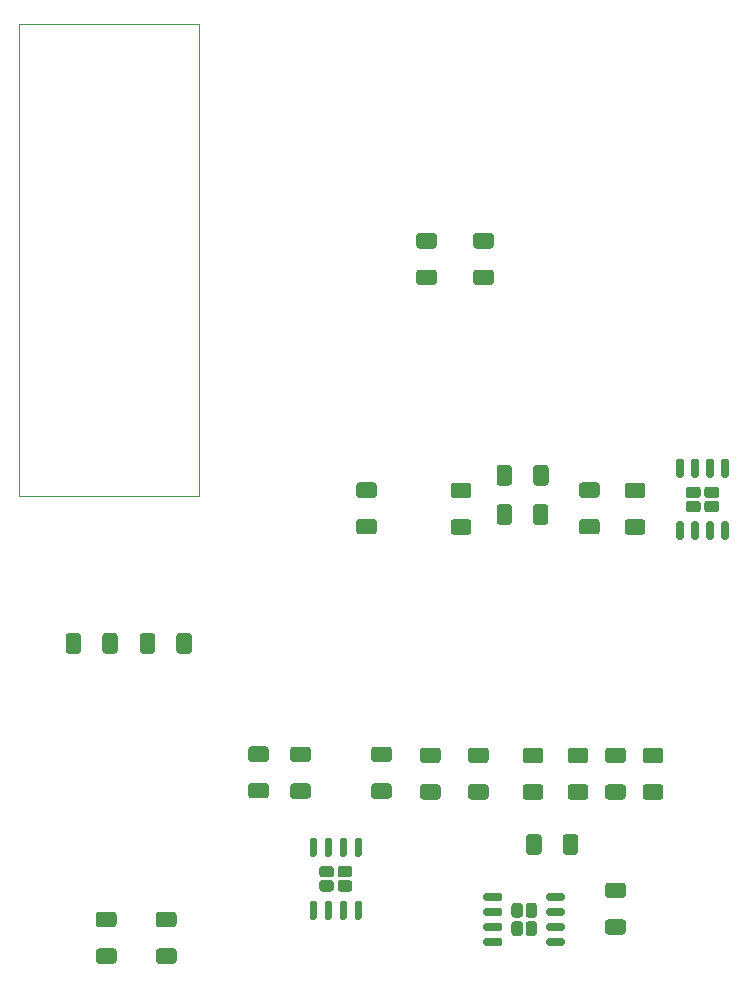
<source format=gbr>
%TF.GenerationSoftware,KiCad,Pcbnew,(5.1.10)-1*%
%TF.CreationDate,2022-11-10T21:57:10-03:00*%
%TF.ProjectId,potenciostato,706f7465-6e63-4696-9f73-7461746f2e6b,rev?*%
%TF.SameCoordinates,Original*%
%TF.FileFunction,Paste,Top*%
%TF.FilePolarity,Positive*%
%FSLAX46Y46*%
G04 Gerber Fmt 4.6, Leading zero omitted, Abs format (unit mm)*
G04 Created by KiCad (PCBNEW (5.1.10)-1) date 2022-11-10 21:57:10*
%MOMM*%
%LPD*%
G01*
G04 APERTURE LIST*
%ADD10C,0.120000*%
G04 APERTURE END LIST*
D10*
%TO.C,TR1*%
X115824000Y-111506000D02*
X131127500Y-111506000D01*
X115824000Y-71501000D02*
X115824000Y-111506000D01*
X131127500Y-71501000D02*
X115824000Y-71501000D01*
X131127500Y-111506000D02*
X131127500Y-71501000D01*
%TD*%
%TO.C,R20*%
G36*
G01*
X122921000Y-124577001D02*
X122921000Y-123326999D01*
G75*
G02*
X123170999Y-123077000I249999J0D01*
G01*
X123971001Y-123077000D01*
G75*
G02*
X124221000Y-123326999I0J-249999D01*
G01*
X124221000Y-124577001D01*
G75*
G02*
X123971001Y-124827000I-249999J0D01*
G01*
X123170999Y-124827000D01*
G75*
G02*
X122921000Y-124577001I0J249999D01*
G01*
G37*
G36*
G01*
X119821000Y-124577001D02*
X119821000Y-123326999D01*
G75*
G02*
X120070999Y-123077000I249999J0D01*
G01*
X120871001Y-123077000D01*
G75*
G02*
X121121000Y-123326999I0J-249999D01*
G01*
X121121000Y-124577001D01*
G75*
G02*
X120871001Y-124827000I-249999J0D01*
G01*
X120070999Y-124827000D01*
G75*
G02*
X119821000Y-124577001I0J249999D01*
G01*
G37*
%TD*%
%TO.C,R16*%
G36*
G01*
X126096000Y-124577001D02*
X126096000Y-123326999D01*
G75*
G02*
X126345999Y-123077000I249999J0D01*
G01*
X127146001Y-123077000D01*
G75*
G02*
X127396000Y-123326999I0J-249999D01*
G01*
X127396000Y-124577001D01*
G75*
G02*
X127146001Y-124827000I-249999J0D01*
G01*
X126345999Y-124827000D01*
G75*
G02*
X126096000Y-124577001I0J249999D01*
G01*
G37*
G36*
G01*
X129196000Y-124577001D02*
X129196000Y-123326999D01*
G75*
G02*
X129445999Y-123077000I249999J0D01*
G01*
X130246001Y-123077000D01*
G75*
G02*
X130496000Y-123326999I0J-249999D01*
G01*
X130496000Y-124577001D01*
G75*
G02*
X130246001Y-124827000I-249999J0D01*
G01*
X129445999Y-124827000D01*
G75*
G02*
X129196000Y-124577001I0J249999D01*
G01*
G37*
%TD*%
%TO.C,R17*%
G36*
G01*
X127708499Y-149770000D02*
X128958501Y-149770000D01*
G75*
G02*
X129208500Y-150019999I0J-249999D01*
G01*
X129208500Y-150820001D01*
G75*
G02*
X128958501Y-151070000I-249999J0D01*
G01*
X127708499Y-151070000D01*
G75*
G02*
X127458500Y-150820001I0J249999D01*
G01*
X127458500Y-150019999D01*
G75*
G02*
X127708499Y-149770000I249999J0D01*
G01*
G37*
G36*
G01*
X127708499Y-146670000D02*
X128958501Y-146670000D01*
G75*
G02*
X129208500Y-146919999I0J-249999D01*
G01*
X129208500Y-147720001D01*
G75*
G02*
X128958501Y-147970000I-249999J0D01*
G01*
X127708499Y-147970000D01*
G75*
G02*
X127458500Y-147720001I0J249999D01*
G01*
X127458500Y-146919999D01*
G75*
G02*
X127708499Y-146670000I249999J0D01*
G01*
G37*
%TD*%
%TO.C,R19*%
G36*
G01*
X123878501Y-151070000D02*
X122628499Y-151070000D01*
G75*
G02*
X122378500Y-150820001I0J249999D01*
G01*
X122378500Y-150019999D01*
G75*
G02*
X122628499Y-149770000I249999J0D01*
G01*
X123878501Y-149770000D01*
G75*
G02*
X124128500Y-150019999I0J-249999D01*
G01*
X124128500Y-150820001D01*
G75*
G02*
X123878501Y-151070000I-249999J0D01*
G01*
G37*
G36*
G01*
X123878501Y-147970000D02*
X122628499Y-147970000D01*
G75*
G02*
X122378500Y-147720001I0J249999D01*
G01*
X122378500Y-146919999D01*
G75*
G02*
X122628499Y-146670000I249999J0D01*
G01*
X123878501Y-146670000D01*
G75*
G02*
X124128500Y-146919999I0J-249999D01*
G01*
X124128500Y-147720001D01*
G75*
G02*
X123878501Y-147970000I-249999J0D01*
G01*
G37*
%TD*%
%TO.C,R1*%
G36*
G01*
X170170001Y-134075000D02*
X168919999Y-134075000D01*
G75*
G02*
X168670000Y-133825001I0J249999D01*
G01*
X168670000Y-133024999D01*
G75*
G02*
X168919999Y-132775000I249999J0D01*
G01*
X170170001Y-132775000D01*
G75*
G02*
X170420000Y-133024999I0J-249999D01*
G01*
X170420000Y-133825001D01*
G75*
G02*
X170170001Y-134075000I-249999J0D01*
G01*
G37*
G36*
G01*
X170170001Y-137175000D02*
X168919999Y-137175000D01*
G75*
G02*
X168670000Y-136925001I0J249999D01*
G01*
X168670000Y-136124999D01*
G75*
G02*
X168919999Y-135875000I249999J0D01*
G01*
X170170001Y-135875000D01*
G75*
G02*
X170420000Y-136124999I0J-249999D01*
G01*
X170420000Y-136925001D01*
G75*
G02*
X170170001Y-137175000I-249999J0D01*
G01*
G37*
%TD*%
%TO.C,R2*%
G36*
G01*
X151310501Y-137163500D02*
X150060499Y-137163500D01*
G75*
G02*
X149810500Y-136913501I0J249999D01*
G01*
X149810500Y-136113499D01*
G75*
G02*
X150060499Y-135863500I249999J0D01*
G01*
X151310501Y-135863500D01*
G75*
G02*
X151560500Y-136113499I0J-249999D01*
G01*
X151560500Y-136913501D01*
G75*
G02*
X151310501Y-137163500I-249999J0D01*
G01*
G37*
G36*
G01*
X151310501Y-134063500D02*
X150060499Y-134063500D01*
G75*
G02*
X149810500Y-133813501I0J249999D01*
G01*
X149810500Y-133013499D01*
G75*
G02*
X150060499Y-132763500I249999J0D01*
G01*
X151310501Y-132763500D01*
G75*
G02*
X151560500Y-133013499I0J-249999D01*
G01*
X151560500Y-133813501D01*
G75*
G02*
X151310501Y-134063500I-249999J0D01*
G01*
G37*
%TD*%
%TO.C,R3*%
G36*
G01*
X155374501Y-134063500D02*
X154124499Y-134063500D01*
G75*
G02*
X153874500Y-133813501I0J249999D01*
G01*
X153874500Y-133013499D01*
G75*
G02*
X154124499Y-132763500I249999J0D01*
G01*
X155374501Y-132763500D01*
G75*
G02*
X155624500Y-133013499I0J-249999D01*
G01*
X155624500Y-133813501D01*
G75*
G02*
X155374501Y-134063500I-249999J0D01*
G01*
G37*
G36*
G01*
X155374501Y-137163500D02*
X154124499Y-137163500D01*
G75*
G02*
X153874500Y-136913501I0J249999D01*
G01*
X153874500Y-136113499D01*
G75*
G02*
X154124499Y-135863500I249999J0D01*
G01*
X155374501Y-135863500D01*
G75*
G02*
X155624500Y-136113499I0J-249999D01*
G01*
X155624500Y-136913501D01*
G75*
G02*
X155374501Y-137163500I-249999J0D01*
G01*
G37*
%TD*%
%TO.C,R4*%
G36*
G01*
X166995001Y-148605000D02*
X165744999Y-148605000D01*
G75*
G02*
X165495000Y-148355001I0J249999D01*
G01*
X165495000Y-147554999D01*
G75*
G02*
X165744999Y-147305000I249999J0D01*
G01*
X166995001Y-147305000D01*
G75*
G02*
X167245000Y-147554999I0J-249999D01*
G01*
X167245000Y-148355001D01*
G75*
G02*
X166995001Y-148605000I-249999J0D01*
G01*
G37*
G36*
G01*
X166995001Y-145505000D02*
X165744999Y-145505000D01*
G75*
G02*
X165495000Y-145255001I0J249999D01*
G01*
X165495000Y-144454999D01*
G75*
G02*
X165744999Y-144205000I249999J0D01*
G01*
X166995001Y-144205000D01*
G75*
G02*
X167245000Y-144454999I0J-249999D01*
G01*
X167245000Y-145255001D01*
G75*
G02*
X166995001Y-145505000I-249999J0D01*
G01*
G37*
%TD*%
%TO.C,R5*%
G36*
G01*
X161910000Y-141595001D02*
X161910000Y-140344999D01*
G75*
G02*
X162159999Y-140095000I249999J0D01*
G01*
X162960001Y-140095000D01*
G75*
G02*
X163210000Y-140344999I0J-249999D01*
G01*
X163210000Y-141595001D01*
G75*
G02*
X162960001Y-141845000I-249999J0D01*
G01*
X162159999Y-141845000D01*
G75*
G02*
X161910000Y-141595001I0J249999D01*
G01*
G37*
G36*
G01*
X158810000Y-141595001D02*
X158810000Y-140344999D01*
G75*
G02*
X159059999Y-140095000I249999J0D01*
G01*
X159860001Y-140095000D01*
G75*
G02*
X160110000Y-140344999I0J-249999D01*
G01*
X160110000Y-141595001D01*
G75*
G02*
X159860001Y-141845000I-249999J0D01*
G01*
X159059999Y-141845000D01*
G75*
G02*
X158810000Y-141595001I0J249999D01*
G01*
G37*
%TD*%
%TO.C,R6*%
G36*
G01*
X140325001Y-134000000D02*
X139074999Y-134000000D01*
G75*
G02*
X138825000Y-133750001I0J249999D01*
G01*
X138825000Y-132949999D01*
G75*
G02*
X139074999Y-132700000I249999J0D01*
G01*
X140325001Y-132700000D01*
G75*
G02*
X140575000Y-132949999I0J-249999D01*
G01*
X140575000Y-133750001D01*
G75*
G02*
X140325001Y-134000000I-249999J0D01*
G01*
G37*
G36*
G01*
X140325001Y-137100000D02*
X139074999Y-137100000D01*
G75*
G02*
X138825000Y-136850001I0J249999D01*
G01*
X138825000Y-136049999D01*
G75*
G02*
X139074999Y-135800000I249999J0D01*
G01*
X140325001Y-135800000D01*
G75*
G02*
X140575000Y-136049999I0J-249999D01*
G01*
X140575000Y-136850001D01*
G75*
G02*
X140325001Y-137100000I-249999J0D01*
G01*
G37*
%TD*%
%TO.C,R7*%
G36*
G01*
X136769001Y-137074000D02*
X135518999Y-137074000D01*
G75*
G02*
X135269000Y-136824001I0J249999D01*
G01*
X135269000Y-136023999D01*
G75*
G02*
X135518999Y-135774000I249999J0D01*
G01*
X136769001Y-135774000D01*
G75*
G02*
X137019000Y-136023999I0J-249999D01*
G01*
X137019000Y-136824001D01*
G75*
G02*
X136769001Y-137074000I-249999J0D01*
G01*
G37*
G36*
G01*
X136769001Y-133974000D02*
X135518999Y-133974000D01*
G75*
G02*
X135269000Y-133724001I0J249999D01*
G01*
X135269000Y-132923999D01*
G75*
G02*
X135518999Y-132674000I249999J0D01*
G01*
X136769001Y-132674000D01*
G75*
G02*
X137019000Y-132923999I0J-249999D01*
G01*
X137019000Y-133724001D01*
G75*
G02*
X136769001Y-133974000I-249999J0D01*
G01*
G37*
%TD*%
%TO.C,R8*%
G36*
G01*
X164772501Y-114722000D02*
X163522499Y-114722000D01*
G75*
G02*
X163272500Y-114472001I0J249999D01*
G01*
X163272500Y-113671999D01*
G75*
G02*
X163522499Y-113422000I249999J0D01*
G01*
X164772501Y-113422000D01*
G75*
G02*
X165022500Y-113671999I0J-249999D01*
G01*
X165022500Y-114472001D01*
G75*
G02*
X164772501Y-114722000I-249999J0D01*
G01*
G37*
G36*
G01*
X164772501Y-111622000D02*
X163522499Y-111622000D01*
G75*
G02*
X163272500Y-111372001I0J249999D01*
G01*
X163272500Y-110571999D01*
G75*
G02*
X163522499Y-110322000I249999J0D01*
G01*
X164772501Y-110322000D01*
G75*
G02*
X165022500Y-110571999I0J-249999D01*
G01*
X165022500Y-111372001D01*
G75*
G02*
X164772501Y-111622000I-249999J0D01*
G01*
G37*
%TD*%
%TO.C,R9*%
G36*
G01*
X155819001Y-93614000D02*
X154568999Y-93614000D01*
G75*
G02*
X154319000Y-93364001I0J249999D01*
G01*
X154319000Y-92563999D01*
G75*
G02*
X154568999Y-92314000I249999J0D01*
G01*
X155819001Y-92314000D01*
G75*
G02*
X156069000Y-92563999I0J-249999D01*
G01*
X156069000Y-93364001D01*
G75*
G02*
X155819001Y-93614000I-249999J0D01*
G01*
G37*
G36*
G01*
X155819001Y-90514000D02*
X154568999Y-90514000D01*
G75*
G02*
X154319000Y-90264001I0J249999D01*
G01*
X154319000Y-89463999D01*
G75*
G02*
X154568999Y-89214000I249999J0D01*
G01*
X155819001Y-89214000D01*
G75*
G02*
X156069000Y-89463999I0J-249999D01*
G01*
X156069000Y-90264001D01*
G75*
G02*
X155819001Y-90514000I-249999J0D01*
G01*
G37*
%TD*%
%TO.C,R10*%
G36*
G01*
X153914001Y-111648000D02*
X152663999Y-111648000D01*
G75*
G02*
X152414000Y-111398001I0J249999D01*
G01*
X152414000Y-110597999D01*
G75*
G02*
X152663999Y-110348000I249999J0D01*
G01*
X153914001Y-110348000D01*
G75*
G02*
X154164000Y-110597999I0J-249999D01*
G01*
X154164000Y-111398001D01*
G75*
G02*
X153914001Y-111648000I-249999J0D01*
G01*
G37*
G36*
G01*
X153914001Y-114748000D02*
X152663999Y-114748000D01*
G75*
G02*
X152414000Y-114498001I0J249999D01*
G01*
X152414000Y-113697999D01*
G75*
G02*
X152663999Y-113448000I249999J0D01*
G01*
X153914001Y-113448000D01*
G75*
G02*
X154164000Y-113697999I0J-249999D01*
G01*
X154164000Y-114498001D01*
G75*
G02*
X153914001Y-114748000I-249999J0D01*
G01*
G37*
%TD*%
%TO.C,R11*%
G36*
G01*
X163820001Y-134075000D02*
X162569999Y-134075000D01*
G75*
G02*
X162320000Y-133825001I0J249999D01*
G01*
X162320000Y-133024999D01*
G75*
G02*
X162569999Y-132775000I249999J0D01*
G01*
X163820001Y-132775000D01*
G75*
G02*
X164070000Y-133024999I0J-249999D01*
G01*
X164070000Y-133825001D01*
G75*
G02*
X163820001Y-134075000I-249999J0D01*
G01*
G37*
G36*
G01*
X163820001Y-137175000D02*
X162569999Y-137175000D01*
G75*
G02*
X162320000Y-136925001I0J249999D01*
G01*
X162320000Y-136124999D01*
G75*
G02*
X162569999Y-135875000I249999J0D01*
G01*
X163820001Y-135875000D01*
G75*
G02*
X164070000Y-136124999I0J-249999D01*
G01*
X164070000Y-136925001D01*
G75*
G02*
X163820001Y-137175000I-249999J0D01*
G01*
G37*
%TD*%
%TO.C,R12*%
G36*
G01*
X160010001Y-137175000D02*
X158759999Y-137175000D01*
G75*
G02*
X158510000Y-136925001I0J249999D01*
G01*
X158510000Y-136124999D01*
G75*
G02*
X158759999Y-135875000I249999J0D01*
G01*
X160010001Y-135875000D01*
G75*
G02*
X160260000Y-136124999I0J-249999D01*
G01*
X160260000Y-136925001D01*
G75*
G02*
X160010001Y-137175000I-249999J0D01*
G01*
G37*
G36*
G01*
X160010001Y-134075000D02*
X158759999Y-134075000D01*
G75*
G02*
X158510000Y-133825001I0J249999D01*
G01*
X158510000Y-133024999D01*
G75*
G02*
X158759999Y-132775000I249999J0D01*
G01*
X160010001Y-132775000D01*
G75*
G02*
X160260000Y-133024999I0J-249999D01*
G01*
X160260000Y-133825001D01*
G75*
G02*
X160010001Y-134075000I-249999J0D01*
G01*
G37*
%TD*%
%TO.C,R13*%
G36*
G01*
X147183001Y-134000000D02*
X145932999Y-134000000D01*
G75*
G02*
X145683000Y-133750001I0J249999D01*
G01*
X145683000Y-132949999D01*
G75*
G02*
X145932999Y-132700000I249999J0D01*
G01*
X147183001Y-132700000D01*
G75*
G02*
X147433000Y-132949999I0J-249999D01*
G01*
X147433000Y-133750001D01*
G75*
G02*
X147183001Y-134000000I-249999J0D01*
G01*
G37*
G36*
G01*
X147183001Y-137100000D02*
X145932999Y-137100000D01*
G75*
G02*
X145683000Y-136850001I0J249999D01*
G01*
X145683000Y-136049999D01*
G75*
G02*
X145932999Y-135800000I249999J0D01*
G01*
X147183001Y-135800000D01*
G75*
G02*
X147433000Y-136049999I0J-249999D01*
G01*
X147433000Y-136850001D01*
G75*
G02*
X147183001Y-137100000I-249999J0D01*
G01*
G37*
%TD*%
%TO.C,R14*%
G36*
G01*
X167395999Y-113448000D02*
X168646001Y-113448000D01*
G75*
G02*
X168896000Y-113697999I0J-249999D01*
G01*
X168896000Y-114498001D01*
G75*
G02*
X168646001Y-114748000I-249999J0D01*
G01*
X167395999Y-114748000D01*
G75*
G02*
X167146000Y-114498001I0J249999D01*
G01*
X167146000Y-113697999D01*
G75*
G02*
X167395999Y-113448000I249999J0D01*
G01*
G37*
G36*
G01*
X167395999Y-110348000D02*
X168646001Y-110348000D01*
G75*
G02*
X168896000Y-110597999I0J-249999D01*
G01*
X168896000Y-111398001D01*
G75*
G02*
X168646001Y-111648000I-249999J0D01*
G01*
X167395999Y-111648000D01*
G75*
G02*
X167146000Y-111398001I0J249999D01*
G01*
X167146000Y-110597999D01*
G75*
G02*
X167395999Y-110348000I249999J0D01*
G01*
G37*
%TD*%
%TO.C,R15*%
G36*
G01*
X166995001Y-137175000D02*
X165744999Y-137175000D01*
G75*
G02*
X165495000Y-136925001I0J249999D01*
G01*
X165495000Y-136124999D01*
G75*
G02*
X165744999Y-135875000I249999J0D01*
G01*
X166995001Y-135875000D01*
G75*
G02*
X167245000Y-136124999I0J-249999D01*
G01*
X167245000Y-136925001D01*
G75*
G02*
X166995001Y-137175000I-249999J0D01*
G01*
G37*
G36*
G01*
X166995001Y-134075000D02*
X165744999Y-134075000D01*
G75*
G02*
X165495000Y-133825001I0J249999D01*
G01*
X165495000Y-133024999D01*
G75*
G02*
X165744999Y-132775000I249999J0D01*
G01*
X166995001Y-132775000D01*
G75*
G02*
X167245000Y-133024999I0J-249999D01*
G01*
X167245000Y-133825001D01*
G75*
G02*
X166995001Y-134075000I-249999J0D01*
G01*
G37*
%TD*%
%TO.C,R18*%
G36*
G01*
X160696000Y-112404999D02*
X160696000Y-113655001D01*
G75*
G02*
X160446001Y-113905000I-249999J0D01*
G01*
X159645999Y-113905000D01*
G75*
G02*
X159396000Y-113655001I0J249999D01*
G01*
X159396000Y-112404999D01*
G75*
G02*
X159645999Y-112155000I249999J0D01*
G01*
X160446001Y-112155000D01*
G75*
G02*
X160696000Y-112404999I0J-249999D01*
G01*
G37*
G36*
G01*
X157596000Y-112404999D02*
X157596000Y-113655001D01*
G75*
G02*
X157346001Y-113905000I-249999J0D01*
G01*
X156545999Y-113905000D01*
G75*
G02*
X156296000Y-113655001I0J249999D01*
G01*
X156296000Y-112404999D01*
G75*
G02*
X156545999Y-112155000I249999J0D01*
G01*
X157346001Y-112155000D01*
G75*
G02*
X157596000Y-112404999I0J-249999D01*
G01*
G37*
%TD*%
%TO.C,R21*%
G36*
G01*
X144662999Y-113422000D02*
X145913001Y-113422000D01*
G75*
G02*
X146163000Y-113671999I0J-249999D01*
G01*
X146163000Y-114472001D01*
G75*
G02*
X145913001Y-114722000I-249999J0D01*
G01*
X144662999Y-114722000D01*
G75*
G02*
X144413000Y-114472001I0J249999D01*
G01*
X144413000Y-113671999D01*
G75*
G02*
X144662999Y-113422000I249999J0D01*
G01*
G37*
G36*
G01*
X144662999Y-110322000D02*
X145913001Y-110322000D01*
G75*
G02*
X146163000Y-110571999I0J-249999D01*
G01*
X146163000Y-111372001D01*
G75*
G02*
X145913001Y-111622000I-249999J0D01*
G01*
X144662999Y-111622000D01*
G75*
G02*
X144413000Y-111372001I0J249999D01*
G01*
X144413000Y-110571999D01*
G75*
G02*
X144662999Y-110322000I249999J0D01*
G01*
G37*
%TD*%
%TO.C,U1*%
G36*
G01*
X175491000Y-108310000D02*
X175791000Y-108310000D01*
G75*
G02*
X175941000Y-108460000I0J-150000D01*
G01*
X175941000Y-109760000D01*
G75*
G02*
X175791000Y-109910000I-150000J0D01*
G01*
X175491000Y-109910000D01*
G75*
G02*
X175341000Y-109760000I0J150000D01*
G01*
X175341000Y-108460000D01*
G75*
G02*
X175491000Y-108310000I150000J0D01*
G01*
G37*
G36*
G01*
X174221000Y-108310000D02*
X174521000Y-108310000D01*
G75*
G02*
X174671000Y-108460000I0J-150000D01*
G01*
X174671000Y-109760000D01*
G75*
G02*
X174521000Y-109910000I-150000J0D01*
G01*
X174221000Y-109910000D01*
G75*
G02*
X174071000Y-109760000I0J150000D01*
G01*
X174071000Y-108460000D01*
G75*
G02*
X174221000Y-108310000I150000J0D01*
G01*
G37*
G36*
G01*
X172951000Y-108310000D02*
X173251000Y-108310000D01*
G75*
G02*
X173401000Y-108460000I0J-150000D01*
G01*
X173401000Y-109760000D01*
G75*
G02*
X173251000Y-109910000I-150000J0D01*
G01*
X172951000Y-109910000D01*
G75*
G02*
X172801000Y-109760000I0J150000D01*
G01*
X172801000Y-108460000D01*
G75*
G02*
X172951000Y-108310000I150000J0D01*
G01*
G37*
G36*
G01*
X171681000Y-108310000D02*
X171981000Y-108310000D01*
G75*
G02*
X172131000Y-108460000I0J-150000D01*
G01*
X172131000Y-109760000D01*
G75*
G02*
X171981000Y-109910000I-150000J0D01*
G01*
X171681000Y-109910000D01*
G75*
G02*
X171531000Y-109760000I0J150000D01*
G01*
X171531000Y-108460000D01*
G75*
G02*
X171681000Y-108310000I150000J0D01*
G01*
G37*
G36*
G01*
X171681000Y-113610000D02*
X171981000Y-113610000D01*
G75*
G02*
X172131000Y-113760000I0J-150000D01*
G01*
X172131000Y-115060000D01*
G75*
G02*
X171981000Y-115210000I-150000J0D01*
G01*
X171681000Y-115210000D01*
G75*
G02*
X171531000Y-115060000I0J150000D01*
G01*
X171531000Y-113760000D01*
G75*
G02*
X171681000Y-113610000I150000J0D01*
G01*
G37*
G36*
G01*
X172951000Y-113610000D02*
X173251000Y-113610000D01*
G75*
G02*
X173401000Y-113760000I0J-150000D01*
G01*
X173401000Y-115060000D01*
G75*
G02*
X173251000Y-115210000I-150000J0D01*
G01*
X172951000Y-115210000D01*
G75*
G02*
X172801000Y-115060000I0J150000D01*
G01*
X172801000Y-113760000D01*
G75*
G02*
X172951000Y-113610000I150000J0D01*
G01*
G37*
G36*
G01*
X174221000Y-113610000D02*
X174521000Y-113610000D01*
G75*
G02*
X174671000Y-113760000I0J-150000D01*
G01*
X174671000Y-115060000D01*
G75*
G02*
X174521000Y-115210000I-150000J0D01*
G01*
X174221000Y-115210000D01*
G75*
G02*
X174071000Y-115060000I0J150000D01*
G01*
X174071000Y-113760000D01*
G75*
G02*
X174221000Y-113610000I150000J0D01*
G01*
G37*
G36*
G01*
X175491000Y-113610000D02*
X175791000Y-113610000D01*
G75*
G02*
X175941000Y-113760000I0J-150000D01*
G01*
X175941000Y-115060000D01*
G75*
G02*
X175791000Y-115210000I-150000J0D01*
G01*
X175491000Y-115210000D01*
G75*
G02*
X175341000Y-115060000I0J150000D01*
G01*
X175341000Y-113760000D01*
G75*
G02*
X175491000Y-113610000I150000J0D01*
G01*
G37*
G36*
G01*
X174128500Y-110675000D02*
X174893500Y-110675000D01*
G75*
G02*
X175136000Y-110917500I0J-242500D01*
G01*
X175136000Y-111402500D01*
G75*
G02*
X174893500Y-111645000I-242500J0D01*
G01*
X174128500Y-111645000D01*
G75*
G02*
X173886000Y-111402500I0J242500D01*
G01*
X173886000Y-110917500D01*
G75*
G02*
X174128500Y-110675000I242500J0D01*
G01*
G37*
G36*
G01*
X172578500Y-110675000D02*
X173343500Y-110675000D01*
G75*
G02*
X173586000Y-110917500I0J-242500D01*
G01*
X173586000Y-111402500D01*
G75*
G02*
X173343500Y-111645000I-242500J0D01*
G01*
X172578500Y-111645000D01*
G75*
G02*
X172336000Y-111402500I0J242500D01*
G01*
X172336000Y-110917500D01*
G75*
G02*
X172578500Y-110675000I242500J0D01*
G01*
G37*
G36*
G01*
X174128500Y-111875000D02*
X174893500Y-111875000D01*
G75*
G02*
X175136000Y-112117500I0J-242500D01*
G01*
X175136000Y-112602500D01*
G75*
G02*
X174893500Y-112845000I-242500J0D01*
G01*
X174128500Y-112845000D01*
G75*
G02*
X173886000Y-112602500I0J242500D01*
G01*
X173886000Y-112117500D01*
G75*
G02*
X174128500Y-111875000I242500J0D01*
G01*
G37*
G36*
G01*
X172578500Y-111875000D02*
X173343500Y-111875000D01*
G75*
G02*
X173586000Y-112117500I0J-242500D01*
G01*
X173586000Y-112602500D01*
G75*
G02*
X173343500Y-112845000I-242500J0D01*
G01*
X172578500Y-112845000D01*
G75*
G02*
X172336000Y-112602500I0J242500D01*
G01*
X172336000Y-112117500D01*
G75*
G02*
X172578500Y-111875000I242500J0D01*
G01*
G37*
%TD*%
%TO.C,U3*%
G36*
G01*
X141527000Y-143989000D02*
X142292000Y-143989000D01*
G75*
G02*
X142534500Y-144231500I0J-242500D01*
G01*
X142534500Y-144716500D01*
G75*
G02*
X142292000Y-144959000I-242500J0D01*
G01*
X141527000Y-144959000D01*
G75*
G02*
X141284500Y-144716500I0J242500D01*
G01*
X141284500Y-144231500D01*
G75*
G02*
X141527000Y-143989000I242500J0D01*
G01*
G37*
G36*
G01*
X143077000Y-143989000D02*
X143842000Y-143989000D01*
G75*
G02*
X144084500Y-144231500I0J-242500D01*
G01*
X144084500Y-144716500D01*
G75*
G02*
X143842000Y-144959000I-242500J0D01*
G01*
X143077000Y-144959000D01*
G75*
G02*
X142834500Y-144716500I0J242500D01*
G01*
X142834500Y-144231500D01*
G75*
G02*
X143077000Y-143989000I242500J0D01*
G01*
G37*
G36*
G01*
X141527000Y-142789000D02*
X142292000Y-142789000D01*
G75*
G02*
X142534500Y-143031500I0J-242500D01*
G01*
X142534500Y-143516500D01*
G75*
G02*
X142292000Y-143759000I-242500J0D01*
G01*
X141527000Y-143759000D01*
G75*
G02*
X141284500Y-143516500I0J242500D01*
G01*
X141284500Y-143031500D01*
G75*
G02*
X141527000Y-142789000I242500J0D01*
G01*
G37*
G36*
G01*
X143077000Y-142789000D02*
X143842000Y-142789000D01*
G75*
G02*
X144084500Y-143031500I0J-242500D01*
G01*
X144084500Y-143516500D01*
G75*
G02*
X143842000Y-143759000I-242500J0D01*
G01*
X143077000Y-143759000D01*
G75*
G02*
X142834500Y-143516500I0J242500D01*
G01*
X142834500Y-143031500D01*
G75*
G02*
X143077000Y-142789000I242500J0D01*
G01*
G37*
G36*
G01*
X144439500Y-145724000D02*
X144739500Y-145724000D01*
G75*
G02*
X144889500Y-145874000I0J-150000D01*
G01*
X144889500Y-147174000D01*
G75*
G02*
X144739500Y-147324000I-150000J0D01*
G01*
X144439500Y-147324000D01*
G75*
G02*
X144289500Y-147174000I0J150000D01*
G01*
X144289500Y-145874000D01*
G75*
G02*
X144439500Y-145724000I150000J0D01*
G01*
G37*
G36*
G01*
X143169500Y-145724000D02*
X143469500Y-145724000D01*
G75*
G02*
X143619500Y-145874000I0J-150000D01*
G01*
X143619500Y-147174000D01*
G75*
G02*
X143469500Y-147324000I-150000J0D01*
G01*
X143169500Y-147324000D01*
G75*
G02*
X143019500Y-147174000I0J150000D01*
G01*
X143019500Y-145874000D01*
G75*
G02*
X143169500Y-145724000I150000J0D01*
G01*
G37*
G36*
G01*
X141899500Y-145724000D02*
X142199500Y-145724000D01*
G75*
G02*
X142349500Y-145874000I0J-150000D01*
G01*
X142349500Y-147174000D01*
G75*
G02*
X142199500Y-147324000I-150000J0D01*
G01*
X141899500Y-147324000D01*
G75*
G02*
X141749500Y-147174000I0J150000D01*
G01*
X141749500Y-145874000D01*
G75*
G02*
X141899500Y-145724000I150000J0D01*
G01*
G37*
G36*
G01*
X140629500Y-145724000D02*
X140929500Y-145724000D01*
G75*
G02*
X141079500Y-145874000I0J-150000D01*
G01*
X141079500Y-147174000D01*
G75*
G02*
X140929500Y-147324000I-150000J0D01*
G01*
X140629500Y-147324000D01*
G75*
G02*
X140479500Y-147174000I0J150000D01*
G01*
X140479500Y-145874000D01*
G75*
G02*
X140629500Y-145724000I150000J0D01*
G01*
G37*
G36*
G01*
X140629500Y-140424000D02*
X140929500Y-140424000D01*
G75*
G02*
X141079500Y-140574000I0J-150000D01*
G01*
X141079500Y-141874000D01*
G75*
G02*
X140929500Y-142024000I-150000J0D01*
G01*
X140629500Y-142024000D01*
G75*
G02*
X140479500Y-141874000I0J150000D01*
G01*
X140479500Y-140574000D01*
G75*
G02*
X140629500Y-140424000I150000J0D01*
G01*
G37*
G36*
G01*
X141899500Y-140424000D02*
X142199500Y-140424000D01*
G75*
G02*
X142349500Y-140574000I0J-150000D01*
G01*
X142349500Y-141874000D01*
G75*
G02*
X142199500Y-142024000I-150000J0D01*
G01*
X141899500Y-142024000D01*
G75*
G02*
X141749500Y-141874000I0J150000D01*
G01*
X141749500Y-140574000D01*
G75*
G02*
X141899500Y-140424000I150000J0D01*
G01*
G37*
G36*
G01*
X143169500Y-140424000D02*
X143469500Y-140424000D01*
G75*
G02*
X143619500Y-140574000I0J-150000D01*
G01*
X143619500Y-141874000D01*
G75*
G02*
X143469500Y-142024000I-150000J0D01*
G01*
X143169500Y-142024000D01*
G75*
G02*
X143019500Y-141874000I0J150000D01*
G01*
X143019500Y-140574000D01*
G75*
G02*
X143169500Y-140424000I150000J0D01*
G01*
G37*
G36*
G01*
X144439500Y-140424000D02*
X144739500Y-140424000D01*
G75*
G02*
X144889500Y-140574000I0J-150000D01*
G01*
X144889500Y-141874000D01*
G75*
G02*
X144739500Y-142024000I-150000J0D01*
G01*
X144439500Y-142024000D01*
G75*
G02*
X144289500Y-141874000I0J150000D01*
G01*
X144289500Y-140574000D01*
G75*
G02*
X144439500Y-140424000I150000J0D01*
G01*
G37*
%TD*%
%TO.C,U4*%
G36*
G01*
X155190000Y-145565000D02*
X155190000Y-145265000D01*
G75*
G02*
X155340000Y-145115000I150000J0D01*
G01*
X156640000Y-145115000D01*
G75*
G02*
X156790000Y-145265000I0J-150000D01*
G01*
X156790000Y-145565000D01*
G75*
G02*
X156640000Y-145715000I-150000J0D01*
G01*
X155340000Y-145715000D01*
G75*
G02*
X155190000Y-145565000I0J150000D01*
G01*
G37*
G36*
G01*
X155190000Y-146835000D02*
X155190000Y-146535000D01*
G75*
G02*
X155340000Y-146385000I150000J0D01*
G01*
X156640000Y-146385000D01*
G75*
G02*
X156790000Y-146535000I0J-150000D01*
G01*
X156790000Y-146835000D01*
G75*
G02*
X156640000Y-146985000I-150000J0D01*
G01*
X155340000Y-146985000D01*
G75*
G02*
X155190000Y-146835000I0J150000D01*
G01*
G37*
G36*
G01*
X155190000Y-148105000D02*
X155190000Y-147805000D01*
G75*
G02*
X155340000Y-147655000I150000J0D01*
G01*
X156640000Y-147655000D01*
G75*
G02*
X156790000Y-147805000I0J-150000D01*
G01*
X156790000Y-148105000D01*
G75*
G02*
X156640000Y-148255000I-150000J0D01*
G01*
X155340000Y-148255000D01*
G75*
G02*
X155190000Y-148105000I0J150000D01*
G01*
G37*
G36*
G01*
X155190000Y-149375000D02*
X155190000Y-149075000D01*
G75*
G02*
X155340000Y-148925000I150000J0D01*
G01*
X156640000Y-148925000D01*
G75*
G02*
X156790000Y-149075000I0J-150000D01*
G01*
X156790000Y-149375000D01*
G75*
G02*
X156640000Y-149525000I-150000J0D01*
G01*
X155340000Y-149525000D01*
G75*
G02*
X155190000Y-149375000I0J150000D01*
G01*
G37*
G36*
G01*
X160490000Y-149375000D02*
X160490000Y-149075000D01*
G75*
G02*
X160640000Y-148925000I150000J0D01*
G01*
X161940000Y-148925000D01*
G75*
G02*
X162090000Y-149075000I0J-150000D01*
G01*
X162090000Y-149375000D01*
G75*
G02*
X161940000Y-149525000I-150000J0D01*
G01*
X160640000Y-149525000D01*
G75*
G02*
X160490000Y-149375000I0J150000D01*
G01*
G37*
G36*
G01*
X160490000Y-148105000D02*
X160490000Y-147805000D01*
G75*
G02*
X160640000Y-147655000I150000J0D01*
G01*
X161940000Y-147655000D01*
G75*
G02*
X162090000Y-147805000I0J-150000D01*
G01*
X162090000Y-148105000D01*
G75*
G02*
X161940000Y-148255000I-150000J0D01*
G01*
X160640000Y-148255000D01*
G75*
G02*
X160490000Y-148105000I0J150000D01*
G01*
G37*
G36*
G01*
X160490000Y-146835000D02*
X160490000Y-146535000D01*
G75*
G02*
X160640000Y-146385000I150000J0D01*
G01*
X161940000Y-146385000D01*
G75*
G02*
X162090000Y-146535000I0J-150000D01*
G01*
X162090000Y-146835000D01*
G75*
G02*
X161940000Y-146985000I-150000J0D01*
G01*
X160640000Y-146985000D01*
G75*
G02*
X160490000Y-146835000I0J150000D01*
G01*
G37*
G36*
G01*
X160490000Y-145565000D02*
X160490000Y-145265000D01*
G75*
G02*
X160640000Y-145115000I150000J0D01*
G01*
X161940000Y-145115000D01*
G75*
G02*
X162090000Y-145265000I0J-150000D01*
G01*
X162090000Y-145565000D01*
G75*
G02*
X161940000Y-145715000I-150000J0D01*
G01*
X160640000Y-145715000D01*
G75*
G02*
X160490000Y-145565000I0J150000D01*
G01*
G37*
G36*
G01*
X157555000Y-146927500D02*
X157555000Y-146162500D01*
G75*
G02*
X157797500Y-145920000I242500J0D01*
G01*
X158282500Y-145920000D01*
G75*
G02*
X158525000Y-146162500I0J-242500D01*
G01*
X158525000Y-146927500D01*
G75*
G02*
X158282500Y-147170000I-242500J0D01*
G01*
X157797500Y-147170000D01*
G75*
G02*
X157555000Y-146927500I0J242500D01*
G01*
G37*
G36*
G01*
X157555000Y-148477500D02*
X157555000Y-147712500D01*
G75*
G02*
X157797500Y-147470000I242500J0D01*
G01*
X158282500Y-147470000D01*
G75*
G02*
X158525000Y-147712500I0J-242500D01*
G01*
X158525000Y-148477500D01*
G75*
G02*
X158282500Y-148720000I-242500J0D01*
G01*
X157797500Y-148720000D01*
G75*
G02*
X157555000Y-148477500I0J242500D01*
G01*
G37*
G36*
G01*
X158755000Y-146927500D02*
X158755000Y-146162500D01*
G75*
G02*
X158997500Y-145920000I242500J0D01*
G01*
X159482500Y-145920000D01*
G75*
G02*
X159725000Y-146162500I0J-242500D01*
G01*
X159725000Y-146927500D01*
G75*
G02*
X159482500Y-147170000I-242500J0D01*
G01*
X158997500Y-147170000D01*
G75*
G02*
X158755000Y-146927500I0J242500D01*
G01*
G37*
G36*
G01*
X158755000Y-148477500D02*
X158755000Y-147712500D01*
G75*
G02*
X158997500Y-147470000I242500J0D01*
G01*
X159482500Y-147470000D01*
G75*
G02*
X159725000Y-147712500I0J-242500D01*
G01*
X159725000Y-148477500D01*
G75*
G02*
X159482500Y-148720000I-242500J0D01*
G01*
X158997500Y-148720000D01*
G75*
G02*
X158755000Y-148477500I0J242500D01*
G01*
G37*
%TD*%
%TO.C,R22*%
G36*
G01*
X150993001Y-90514000D02*
X149742999Y-90514000D01*
G75*
G02*
X149493000Y-90264001I0J249999D01*
G01*
X149493000Y-89463999D01*
G75*
G02*
X149742999Y-89214000I249999J0D01*
G01*
X150993001Y-89214000D01*
G75*
G02*
X151243000Y-89463999I0J-249999D01*
G01*
X151243000Y-90264001D01*
G75*
G02*
X150993001Y-90514000I-249999J0D01*
G01*
G37*
G36*
G01*
X150993001Y-93614000D02*
X149742999Y-93614000D01*
G75*
G02*
X149493000Y-93364001I0J249999D01*
G01*
X149493000Y-92563999D01*
G75*
G02*
X149742999Y-92314000I249999J0D01*
G01*
X150993001Y-92314000D01*
G75*
G02*
X151243000Y-92563999I0J-249999D01*
G01*
X151243000Y-93364001D01*
G75*
G02*
X150993001Y-93614000I-249999J0D01*
G01*
G37*
%TD*%
%TO.C,R23*%
G36*
G01*
X156301680Y-110342841D02*
X156301680Y-109092839D01*
G75*
G02*
X156551679Y-108842840I249999J0D01*
G01*
X157351681Y-108842840D01*
G75*
G02*
X157601680Y-109092839I0J-249999D01*
G01*
X157601680Y-110342841D01*
G75*
G02*
X157351681Y-110592840I-249999J0D01*
G01*
X156551679Y-110592840D01*
G75*
G02*
X156301680Y-110342841I0J249999D01*
G01*
G37*
G36*
G01*
X159401680Y-110342841D02*
X159401680Y-109092839D01*
G75*
G02*
X159651679Y-108842840I249999J0D01*
G01*
X160451681Y-108842840D01*
G75*
G02*
X160701680Y-109092839I0J-249999D01*
G01*
X160701680Y-110342841D01*
G75*
G02*
X160451681Y-110592840I-249999J0D01*
G01*
X159651679Y-110592840D01*
G75*
G02*
X159401680Y-110342841I0J249999D01*
G01*
G37*
%TD*%
M02*

</source>
